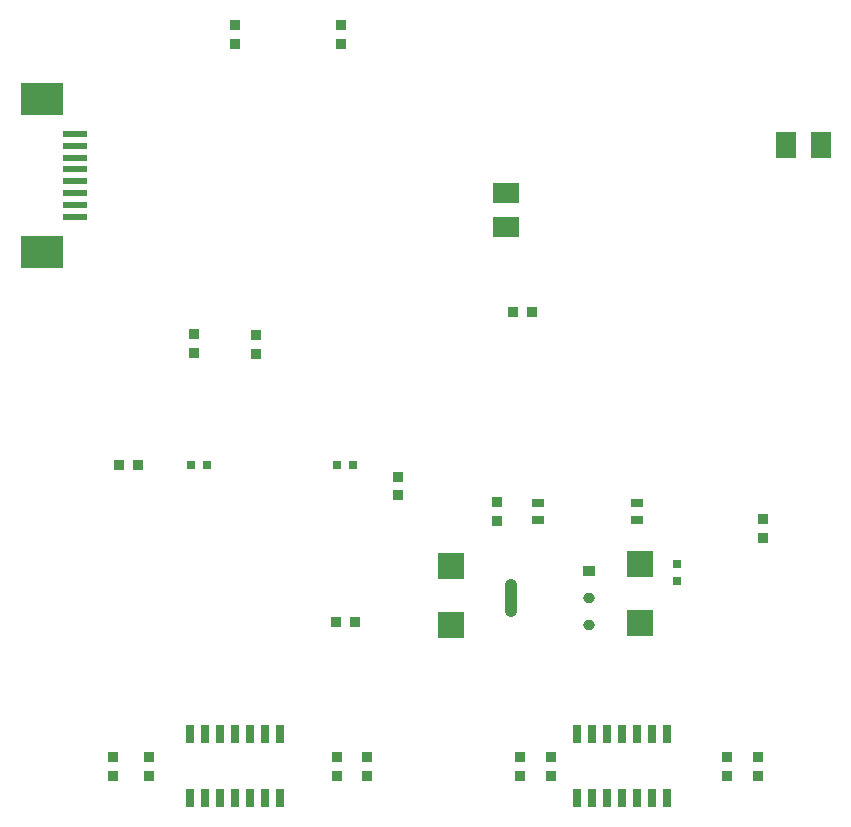
<source format=gbp>
G04*
G04 #@! TF.GenerationSoftware,Altium Limited,Altium Designer,22.9.1 (49)*
G04*
G04 Layer_Color=128*
%FSLAX25Y25*%
%MOIN*%
G70*
G04*
G04 #@! TF.SameCoordinates,F30A270F-9CF5-405F-8EA2-704C6F89508A*
G04*
G04*
G04 #@! TF.FilePolarity,Positive*
G04*
G01*
G75*
%ADD23R,0.03543X0.03740*%
%ADD25R,0.03898X0.03071*%
%ADD30R,0.03740X0.03543*%
%ADD76R,0.07874X0.02402*%
%ADD77R,0.14173X0.10551*%
%ADD78R,0.03740X0.03740*%
%ADD79R,0.02559X0.06004*%
%ADD80R,0.02756X0.02756*%
%ADD81R,0.09055X0.08661*%
%ADD82R,0.08780X0.07087*%
%ADD83R,0.02756X0.02756*%
%ADD84R,0.07087X0.08780*%
G04:AMPARAMS|DCode=85|XSize=39.54mil|YSize=125.28mil|CornerRadius=17.2mil|HoleSize=0mil|Usage=FLASHONLY|Rotation=180.000|XOffset=0mil|YOffset=0mil|HoleType=Round|Shape=RoundedRectangle|*
%AMROUNDEDRECTD85*
21,1,0.03954,0.09088,0,0,180.0*
21,1,0.00514,0.12528,0,0,180.0*
1,1,0.03440,-0.00257,0.04544*
1,1,0.03440,0.00257,0.04544*
1,1,0.03440,0.00257,-0.04544*
1,1,0.03440,-0.00257,-0.04544*
%
%ADD85ROUNDEDRECTD85*%
G04:AMPARAMS|DCode=86|XSize=39.54mil|YSize=34.34mil|CornerRadius=17.17mil|HoleSize=0mil|Usage=FLASHONLY|Rotation=180.000|XOffset=0mil|YOffset=0mil|HoleType=Round|Shape=RoundedRectangle|*
%AMROUNDEDRECTD86*
21,1,0.03954,0.00000,0,0,180.0*
21,1,0.00520,0.03434,0,0,180.0*
1,1,0.03434,-0.00260,0.00000*
1,1,0.03434,0.00260,0.00000*
1,1,0.03434,0.00260,0.00000*
1,1,0.03434,-0.00260,0.00000*
%
%ADD86ROUNDEDRECTD86*%
%ADD87R,0.03954X0.03434*%
D23*
X64650Y137000D02*
D03*
X58350D02*
D03*
X137150Y84500D02*
D03*
X130850D02*
D03*
X189850Y188000D02*
D03*
X196150D02*
D03*
D25*
X198000Y118744D02*
D03*
Y124256D02*
D03*
X231000D02*
D03*
Y118744D02*
D03*
D30*
X83500Y174350D02*
D03*
Y180650D02*
D03*
X68500Y39650D02*
D03*
Y33350D02*
D03*
X131000D02*
D03*
Y39650D02*
D03*
X56500D02*
D03*
Y33350D02*
D03*
X141000D02*
D03*
Y39650D02*
D03*
X97070Y283701D02*
D03*
Y277402D02*
D03*
X104000Y180150D02*
D03*
Y173850D02*
D03*
X132500Y283650D02*
D03*
Y277350D02*
D03*
X184500Y118201D02*
D03*
Y124500D02*
D03*
X192000Y33350D02*
D03*
Y39650D02*
D03*
X202500Y33350D02*
D03*
Y39650D02*
D03*
X261000D02*
D03*
Y33350D02*
D03*
X271500D02*
D03*
Y39650D02*
D03*
X273000Y119000D02*
D03*
Y112701D02*
D03*
D76*
X43598Y219721D02*
D03*
Y223657D02*
D03*
Y227594D02*
D03*
Y231532D02*
D03*
Y235469D02*
D03*
Y239405D02*
D03*
Y243342D02*
D03*
Y247280D02*
D03*
D77*
X32575Y207949D02*
D03*
Y259051D02*
D03*
D78*
X151500Y127000D02*
D03*
Y132905D02*
D03*
D79*
X82000Y25823D02*
D03*
X87000D02*
D03*
X92000D02*
D03*
X97000D02*
D03*
X102000D02*
D03*
X107000D02*
D03*
X112000D02*
D03*
Y47177D02*
D03*
X107000D02*
D03*
X102000D02*
D03*
X97000D02*
D03*
X92000D02*
D03*
X87000D02*
D03*
X82000D02*
D03*
X211000Y25823D02*
D03*
X216000D02*
D03*
X221000D02*
D03*
X226000D02*
D03*
X231000D02*
D03*
X236000D02*
D03*
X241000D02*
D03*
Y47177D02*
D03*
X236000D02*
D03*
X231000D02*
D03*
X226000D02*
D03*
X221000D02*
D03*
X216000D02*
D03*
X211000D02*
D03*
D80*
X87756Y137000D02*
D03*
X82244D02*
D03*
X131000D02*
D03*
X136512D02*
D03*
D81*
X169000Y83657D02*
D03*
Y103342D02*
D03*
X232000Y84158D02*
D03*
Y103842D02*
D03*
D82*
X187500Y216252D02*
D03*
Y227748D02*
D03*
D83*
X244500Y98244D02*
D03*
Y103756D02*
D03*
D84*
X292248Y243500D02*
D03*
X280752D02*
D03*
D85*
X189000Y92500D02*
D03*
D86*
X214945Y83484D02*
D03*
Y92500D02*
D03*
D87*
Y101516D02*
D03*
M02*

</source>
